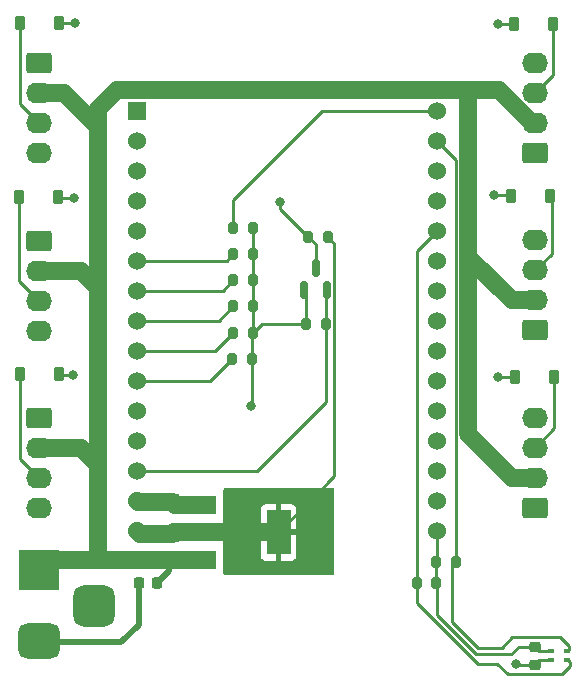
<source format=gbr>
%TF.GenerationSoftware,KiCad,Pcbnew,7.0.2*%
%TF.CreationDate,2023-04-23T19:59:56+01:00*%
%TF.ProjectId,fan-controller,66616e2d-636f-46e7-9472-6f6c6c65722e,rev?*%
%TF.SameCoordinates,Original*%
%TF.FileFunction,Copper,L1,Top*%
%TF.FilePolarity,Positive*%
%FSLAX46Y46*%
G04 Gerber Fmt 4.6, Leading zero omitted, Abs format (unit mm)*
G04 Created by KiCad (PCBNEW 7.0.2) date 2023-04-23 19:59:56*
%MOMM*%
%LPD*%
G01*
G04 APERTURE LIST*
G04 Aperture macros list*
%AMRoundRect*
0 Rectangle with rounded corners*
0 $1 Rounding radius*
0 $2 $3 $4 $5 $6 $7 $8 $9 X,Y pos of 4 corners*
0 Add a 4 corners polygon primitive as box body*
4,1,4,$2,$3,$4,$5,$6,$7,$8,$9,$2,$3,0*
0 Add four circle primitives for the rounded corners*
1,1,$1+$1,$2,$3*
1,1,$1+$1,$4,$5*
1,1,$1+$1,$6,$7*
1,1,$1+$1,$8,$9*
0 Add four rect primitives between the rounded corners*
20,1,$1+$1,$2,$3,$4,$5,0*
20,1,$1+$1,$4,$5,$6,$7,0*
20,1,$1+$1,$6,$7,$8,$9,0*
20,1,$1+$1,$8,$9,$2,$3,0*%
G04 Aperture macros list end*
%TA.AperFunction,SMDPad,CuDef*%
%ADD10RoundRect,0.250000X0.425000X-0.450000X0.425000X0.450000X-0.425000X0.450000X-0.425000X-0.450000X0*%
%TD*%
%TA.AperFunction,SMDPad,CuDef*%
%ADD11RoundRect,0.225000X0.225000X0.250000X-0.225000X0.250000X-0.225000X-0.250000X0.225000X-0.250000X0*%
%TD*%
%TA.AperFunction,ComponentPad*%
%ADD12R,1.524000X1.524000*%
%TD*%
%TA.AperFunction,ComponentPad*%
%ADD13C,1.524000*%
%TD*%
%TA.AperFunction,SMDPad,CuDef*%
%ADD14RoundRect,0.200000X-0.200000X-0.275000X0.200000X-0.275000X0.200000X0.275000X-0.200000X0.275000X0*%
%TD*%
%TA.AperFunction,SMDPad,CuDef*%
%ADD15RoundRect,0.225000X-0.225000X-0.375000X0.225000X-0.375000X0.225000X0.375000X-0.225000X0.375000X0*%
%TD*%
%TA.AperFunction,SMDPad,CuDef*%
%ADD16RoundRect,0.200000X0.200000X0.275000X-0.200000X0.275000X-0.200000X-0.275000X0.200000X-0.275000X0*%
%TD*%
%TA.AperFunction,SMDPad,CuDef*%
%ADD17RoundRect,0.225000X0.225000X0.375000X-0.225000X0.375000X-0.225000X-0.375000X0.225000X-0.375000X0*%
%TD*%
%TA.AperFunction,ComponentPad*%
%ADD18RoundRect,0.250000X-0.845000X0.620000X-0.845000X-0.620000X0.845000X-0.620000X0.845000X0.620000X0*%
%TD*%
%TA.AperFunction,ComponentPad*%
%ADD19O,2.190000X1.740000*%
%TD*%
%TA.AperFunction,ComponentPad*%
%ADD20RoundRect,0.250000X0.845000X-0.620000X0.845000X0.620000X-0.845000X0.620000X-0.845000X-0.620000X0*%
%TD*%
%TA.AperFunction,SMDPad,CuDef*%
%ADD21R,0.500000X0.300000*%
%TD*%
%TA.AperFunction,SMDPad,CuDef*%
%ADD22RoundRect,0.150000X0.150000X-0.587500X0.150000X0.587500X-0.150000X0.587500X-0.150000X-0.587500X0*%
%TD*%
%TA.AperFunction,ComponentPad*%
%ADD23R,3.500000X3.500000*%
%TD*%
%TA.AperFunction,ComponentPad*%
%ADD24RoundRect,0.750000X1.000000X-0.750000X1.000000X0.750000X-1.000000X0.750000X-1.000000X-0.750000X0*%
%TD*%
%TA.AperFunction,ComponentPad*%
%ADD25RoundRect,0.875000X0.875000X-0.875000X0.875000X0.875000X-0.875000X0.875000X-0.875000X-0.875000X0*%
%TD*%
%TA.AperFunction,SMDPad,CuDef*%
%ADD26R,2.000000X1.500000*%
%TD*%
%TA.AperFunction,SMDPad,CuDef*%
%ADD27R,2.000000X3.800000*%
%TD*%
%TA.AperFunction,SMDPad,CuDef*%
%ADD28RoundRect,0.225000X-0.250000X0.225000X-0.250000X-0.225000X0.250000X-0.225000X0.250000X0.225000X0*%
%TD*%
%TA.AperFunction,ViaPad*%
%ADD29C,0.800000*%
%TD*%
%TA.AperFunction,Conductor*%
%ADD30C,0.250000*%
%TD*%
%TA.AperFunction,Conductor*%
%ADD31C,0.254000*%
%TD*%
%TA.AperFunction,Conductor*%
%ADD32C,1.500000*%
%TD*%
%TA.AperFunction,Conductor*%
%ADD33C,0.508000*%
%TD*%
G04 APERTURE END LIST*
D10*
%TO.P,C4,1*%
%TO.N,+5V*%
X36311102Y-64848734D03*
%TO.P,C4,2*%
%TO.N,GND*%
X36311102Y-62148734D03*
%TD*%
D11*
%TO.P,C3,1*%
%TO.N,+12V*%
X35000000Y-69000000D03*
%TO.P,C3,2*%
%TO.N,GND*%
X33450000Y-69000000D03*
%TD*%
D12*
%TO.P,U4,1,EN*%
%TO.N,unconnected-(U4-EN-Pad1)*%
X33300000Y-29000000D03*
D13*
%TO.P,U4,2,SENSOR_VP*%
%TO.N,unconnected-(U4-SENSOR_VP-Pad2)*%
X33300000Y-31540000D03*
%TO.P,U4,3,SENSOR_VN*%
%TO.N,unconnected-(U4-SENSOR_VN-Pad3)*%
X33300000Y-34080000D03*
%TO.P,U4,4,IO34*%
%TO.N,unconnected-(U4-IO34-Pad4)*%
X33300000Y-36620000D03*
%TO.P,U4,5,IO35*%
%TO.N,unconnected-(U4-IO35-Pad5)*%
X33300000Y-39160000D03*
%TO.P,U4,6,IO32*%
%TO.N,TACO_4*%
X33300000Y-41700000D03*
%TO.P,U4,7,IO33*%
%TO.N,TACO_5*%
X33300000Y-44240000D03*
%TO.P,U4,8,IO25*%
%TO.N,TACO_2*%
X33300000Y-46780000D03*
%TO.P,U4,9,IO26*%
%TO.N,TACO_3*%
X33300000Y-49320000D03*
%TO.P,U4,10,IO27*%
%TO.N,TACO_6*%
X33300000Y-51860000D03*
%TO.P,U4,11,IO14*%
%TO.N,unconnected-(U4-IO14-Pad11)*%
X33300000Y-54400000D03*
%TO.P,U4,12,IO12*%
%TO.N,unconnected-(U4-IO12-Pad12)*%
X33300000Y-56940000D03*
%TO.P,U4,13,IO13*%
%TO.N,PWM_1*%
X33300000Y-59480000D03*
%TO.P,U4,14,GND*%
%TO.N,GND*%
X33300000Y-62020000D03*
%TO.P,U4,15,VIN*%
%TO.N,+5V*%
X33300000Y-64560000D03*
%TO.P,U4,16,3V3*%
%TO.N,+3.3V*%
X58700000Y-64560000D03*
%TO.P,U4,17,GND*%
%TO.N,GND*%
X58700000Y-62020000D03*
%TO.P,U4,18,IO15*%
%TO.N,unconnected-(U4-IO15-Pad18)*%
X58700000Y-59480000D03*
%TO.P,U4,19,IO2*%
%TO.N,unconnected-(U4-IO2-Pad19)*%
X58700000Y-56940000D03*
%TO.P,U4,20,IO4*%
%TO.N,unconnected-(U4-IO4-Pad20)*%
X58700000Y-54400000D03*
%TO.P,U4,21,IO16*%
%TO.N,unconnected-(U4-IO16-Pad21)*%
X58700000Y-51860000D03*
%TO.P,U4,22,IO17*%
%TO.N,unconnected-(U4-IO17-Pad22)*%
X58700000Y-49320000D03*
%TO.P,U4,23,IO5*%
%TO.N,unconnected-(U4-IO5-Pad23)*%
X58700000Y-46780000D03*
%TO.P,U4,24,IO18*%
%TO.N,unconnected-(U4-IO18-Pad24)*%
X58700000Y-44240000D03*
%TO.P,U4,25,IO19*%
%TO.N,unconnected-(U4-IO19-Pad25)*%
X58700000Y-41700000D03*
%TO.P,U4,26,IO21*%
%TO.N,SDA*%
X58700000Y-39160000D03*
%TO.P,U4,27,RXD0/IO3*%
%TO.N,unconnected-(U4-RXD0{slash}IO3-Pad27)*%
X58700000Y-36620000D03*
%TO.P,U4,28,TXD0/IO1*%
%TO.N,unconnected-(U4-TXD0{slash}IO1-Pad28)*%
X58700000Y-34080000D03*
%TO.P,U4,29,IO22*%
%TO.N,SCL*%
X58700000Y-31540000D03*
%TO.P,U4,30,IO23*%
%TO.N,TACO_1*%
X58700000Y-29000000D03*
%TD*%
D14*
%TO.P,R10,1*%
%TO.N,TACO_6*%
X41378176Y-50009615D03*
%TO.P,R10,2*%
%TO.N,+3.3V*%
X43028176Y-50009615D03*
%TD*%
%TO.P,R8,1*%
%TO.N,TACO_4*%
X41474000Y-41124323D03*
%TO.P,R8,2*%
%TO.N,+3.3V*%
X43124000Y-41124323D03*
%TD*%
D15*
%TO.P,D5,1,K*%
%TO.N,Net-(D5-K)*%
X23350000Y-36319623D03*
%TO.P,D5,2,A*%
%TO.N,TACO_5*%
X26650000Y-36319623D03*
%TD*%
D16*
%TO.P,R4,1*%
%TO.N,+3.3V*%
X58650000Y-69000000D03*
%TO.P,R4,2*%
%TO.N,SDA*%
X57000000Y-69000000D03*
%TD*%
D14*
%TO.P,R9,1*%
%TO.N,TACO_5*%
X41474000Y-43345646D03*
%TO.P,R9,2*%
%TO.N,+3.3V*%
X43124000Y-43345646D03*
%TD*%
D16*
%TO.P,R5,1*%
%TO.N,SCL*%
X60295648Y-67171351D03*
%TO.P,R5,2*%
%TO.N,+3.3V*%
X58645648Y-67171351D03*
%TD*%
D17*
%TO.P,D2,1,K*%
%TO.N,Net-(D2-K)*%
X68300000Y-36186988D03*
%TO.P,D2,2,A*%
%TO.N,TACO_2*%
X65000000Y-36186988D03*
%TD*%
D18*
%TO.P,J6,1,Pin_1*%
%TO.N,GND*%
X25000000Y-40000000D03*
D19*
%TO.P,J6,2,Pin_2*%
%TO.N,+12V*%
X25000000Y-42540000D03*
%TO.P,J6,3,Pin_3*%
%TO.N,Net-(D5-K)*%
X25000000Y-45080000D03*
%TO.P,J6,4,Pin_4*%
%TO.N,PWM_OUT*%
X25000000Y-47620000D03*
%TD*%
D20*
%TO.P,J4,1,Pin_1*%
%TO.N,GND*%
X67000000Y-62600000D03*
D19*
%TO.P,J4,2,Pin_2*%
%TO.N,+12V*%
X67000000Y-60060000D03*
%TO.P,J4,3,Pin_3*%
%TO.N,Net-(D3-K)*%
X67000000Y-57520000D03*
%TO.P,J4,4,Pin_4*%
%TO.N,PWM_OUT*%
X67000000Y-54980000D03*
%TD*%
D16*
%TO.P,R3,1*%
%TO.N,PWM_1*%
X49311500Y-47027992D03*
%TO.P,R3,2*%
%TO.N,+3.3V*%
X47661500Y-47027992D03*
%TD*%
D21*
%TO.P,U3,1,SDA*%
%TO.N,SDA*%
X69730258Y-75526206D03*
%TO.P,U3,2,SCL*%
%TO.N,SCL*%
X69730258Y-74726206D03*
%TO.P,U3,3,VDD*%
%TO.N,+3.3V*%
X68330258Y-74726206D03*
%TO.P,U3,4,VSS*%
%TO.N,GND*%
X68330258Y-75526206D03*
%TD*%
D15*
%TO.P,D4,1,K*%
%TO.N,Net-(D4-K)*%
X23380181Y-21564682D03*
%TO.P,D4,2,A*%
%TO.N,TACO_4*%
X26680181Y-21564682D03*
%TD*%
D22*
%TO.P,Q1,1,G*%
%TO.N,+3.3V*%
X47498000Y-44196000D03*
%TO.P,Q1,2,S*%
%TO.N,PWM_1*%
X49398000Y-44196000D03*
%TO.P,Q1,3,D*%
%TO.N,PWM_OUT*%
X48448000Y-42321000D03*
%TD*%
D14*
%TO.P,R1,1*%
%TO.N,TACO_1*%
X41474000Y-38903000D03*
%TO.P,R1,2*%
%TO.N,+3.3V*%
X43124000Y-38903000D03*
%TD*%
D15*
%TO.P,D6,1,K*%
%TO.N,Net-(D6-K)*%
X23383759Y-51295199D03*
%TO.P,D6,2,A*%
%TO.N,TACO_6*%
X26683759Y-51295199D03*
%TD*%
D23*
%TO.P,J1,1*%
%TO.N,+12V*%
X25000000Y-67914000D03*
D24*
%TO.P,J1,2*%
%TO.N,GND*%
X25000000Y-73914000D03*
D25*
%TO.P,J1,3*%
%TO.N,N/C*%
X29700000Y-70914000D03*
%TD*%
D17*
%TO.P,D3,1,K*%
%TO.N,Net-(D3-K)*%
X68636195Y-51539596D03*
%TO.P,D3,2,A*%
%TO.N,TACO_3*%
X65336195Y-51539596D03*
%TD*%
D14*
%TO.P,R2,1*%
%TO.N,PWM_OUT*%
X47824000Y-39683830D03*
%TO.P,R2,2*%
%TO.N,+5V*%
X49474000Y-39683830D03*
%TD*%
D18*
%TO.P,J5,1,Pin_1*%
%TO.N,GND*%
X25000000Y-25000000D03*
D19*
%TO.P,J5,2,Pin_2*%
%TO.N,+12V*%
X25000000Y-27540000D03*
%TO.P,J5,3,Pin_3*%
%TO.N,Net-(D4-K)*%
X25000000Y-30080000D03*
%TO.P,J5,4,Pin_4*%
%TO.N,PWM_OUT*%
X25000000Y-32620000D03*
%TD*%
D20*
%TO.P,J2,1,Pin_1*%
%TO.N,GND*%
X67000000Y-32600000D03*
D19*
%TO.P,J2,2,Pin_2*%
%TO.N,+12V*%
X67000000Y-30060000D03*
%TO.P,J2,3,Pin_3*%
%TO.N,Net-(D1-K)*%
X67000000Y-27520000D03*
%TO.P,J2,4,Pin_4*%
%TO.N,PWM_OUT*%
X67000000Y-24980000D03*
%TD*%
D20*
%TO.P,J3,1,Pin_1*%
%TO.N,GND*%
X67000000Y-47600000D03*
D19*
%TO.P,J3,2,Pin_2*%
%TO.N,+12V*%
X67000000Y-45060000D03*
%TO.P,J3,3,Pin_3*%
%TO.N,Net-(D2-K)*%
X67000000Y-42520000D03*
%TO.P,J3,4,Pin_4*%
%TO.N,PWM_OUT*%
X67000000Y-39980000D03*
%TD*%
D14*
%TO.P,R7,1*%
%TO.N,TACO_3*%
X41474000Y-47788292D03*
%TO.P,R7,2*%
%TO.N,+3.3V*%
X43124000Y-47788292D03*
%TD*%
D26*
%TO.P,U2,1,GND*%
%TO.N,GND*%
X39000000Y-62400000D03*
%TO.P,U2,2,VO*%
%TO.N,+5V*%
X39000000Y-64700000D03*
D27*
X45300000Y-64700000D03*
D26*
%TO.P,U2,3,VI*%
%TO.N,+12V*%
X39000000Y-67000000D03*
%TD*%
D28*
%TO.P,C1,1*%
%TO.N,+3.3V*%
X67000000Y-74364206D03*
%TO.P,C1,2*%
%TO.N,GND*%
X67000000Y-75914206D03*
%TD*%
D17*
%TO.P,D1,1,K*%
%TO.N,Net-(D1-K)*%
X68565096Y-21620365D03*
%TO.P,D1,2,A*%
%TO.N,TACO_1*%
X65265096Y-21620365D03*
%TD*%
D14*
%TO.P,R6,1*%
%TO.N,TACO_2*%
X41474000Y-45566969D03*
%TO.P,R6,2*%
%TO.N,+3.3V*%
X43124000Y-45566969D03*
%TD*%
D18*
%TO.P,J7,1,Pin_1*%
%TO.N,GND*%
X25000000Y-55000000D03*
D19*
%TO.P,J7,2,Pin_2*%
%TO.N,+12V*%
X25000000Y-57540000D03*
%TO.P,J7,3,Pin_3*%
%TO.N,Net-(D6-K)*%
X25000000Y-60080000D03*
%TO.P,J7,4,Pin_4*%
%TO.N,PWM_OUT*%
X25000000Y-62620000D03*
%TD*%
D29*
%TO.N,+3.3V*%
X43000000Y-54000000D03*
%TO.N,GND*%
X65424062Y-75845337D03*
%TO.N,TACO_1*%
X63878446Y-21649191D03*
%TO.N,TACO_2*%
X63542472Y-36158520D03*
%TO.N,TACO_3*%
X63868556Y-51544691D03*
%TO.N,TACO_4*%
X28099487Y-21542657D03*
%TO.N,TACO_5*%
X28000000Y-36356683D03*
%TO.N,TACO_6*%
X27910567Y-51375374D03*
%TO.N,PWM_OUT*%
X45420377Y-36765827D03*
%TD*%
D30*
%TO.N,+3.3V*%
X47661500Y-44359500D02*
X47498000Y-44196000D01*
X43028176Y-50009615D02*
X43028176Y-53971824D01*
X47661500Y-47027992D02*
X47661500Y-44359500D01*
X43028176Y-50009615D02*
X43028176Y-47884116D01*
X65635794Y-74364206D02*
X67000000Y-74364206D01*
X43124000Y-41124323D02*
X43124000Y-38903000D01*
D31*
X58700000Y-69050000D02*
X58700000Y-71700000D01*
X58645648Y-67171351D02*
X58700000Y-67116999D01*
X58700000Y-67116999D02*
X58700000Y-64560000D01*
D30*
X43028176Y-53971824D02*
X43000000Y-54000000D01*
D31*
X58645648Y-67171351D02*
X58645648Y-68995648D01*
D30*
X62000000Y-75000000D02*
X65000000Y-75000000D01*
X67362000Y-74726206D02*
X67000000Y-74364206D01*
D31*
X58645648Y-68995648D02*
X58650000Y-69000000D01*
D30*
X68330258Y-74726206D02*
X67362000Y-74726206D01*
X43124000Y-45566969D02*
X43124000Y-43345646D01*
D31*
X58650000Y-69000000D02*
X58700000Y-69050000D01*
D30*
X43028176Y-47884116D02*
X43124000Y-47788292D01*
X58700000Y-71700000D02*
X62000000Y-75000000D01*
X65000000Y-75000000D02*
X65635794Y-74364206D01*
X47661500Y-47027992D02*
X43884300Y-47027992D01*
X43124000Y-43345646D02*
X43124000Y-41124323D01*
X43124000Y-47788292D02*
X43124000Y-45566969D01*
X43884300Y-47027992D02*
X43124000Y-47788292D01*
D32*
%TO.N,GND*%
X39000000Y-62400000D02*
X36562368Y-62400000D01*
D33*
X32000000Y-74000000D02*
X25086000Y-74000000D01*
D32*
X36562368Y-62400000D02*
X36311102Y-62148734D01*
D33*
X25086000Y-74000000D02*
X25000000Y-73914000D01*
D30*
X67388000Y-75526206D02*
X67000000Y-75914206D01*
D33*
X33450000Y-69000000D02*
X33450000Y-72550000D01*
D32*
X36311102Y-62148734D02*
X33428734Y-62148734D01*
D31*
X67000000Y-75914206D02*
X65492931Y-75914206D01*
D32*
X33428734Y-62148734D02*
X33300000Y-62020000D01*
D31*
X65492931Y-75914206D02*
X65424062Y-75845337D01*
D30*
X68330258Y-75526206D02*
X67388000Y-75526206D01*
D33*
X33450000Y-72550000D02*
X32000000Y-74000000D01*
D32*
%TO.N,+12V*%
X61000000Y-27288000D02*
X63969131Y-27288000D01*
X36000000Y-67000000D02*
X30000000Y-67000000D01*
X30000000Y-67000000D02*
X30000000Y-59000000D01*
X25914000Y-67000000D02*
X25000000Y-67914000D01*
X61372648Y-41372648D02*
X61372648Y-56372648D01*
X61000000Y-27288000D02*
X61372648Y-27660648D01*
X28540000Y-57540000D02*
X25000000Y-57540000D01*
X30000000Y-67000000D02*
X25914000Y-67000000D01*
X66741131Y-30060000D02*
X67000000Y-30060000D01*
X61372648Y-27660648D02*
X61372648Y-41372648D01*
X30000000Y-30395000D02*
X30000000Y-28876000D01*
X28540000Y-42540000D02*
X25000000Y-42540000D01*
D33*
X36000000Y-68000000D02*
X36000000Y-67000000D01*
D32*
X27145000Y-27540000D02*
X25000000Y-27540000D01*
X31588000Y-27288000D02*
X61000000Y-27288000D01*
X30000000Y-44000000D02*
X28540000Y-42540000D01*
X65060000Y-45060000D02*
X67000000Y-45060000D01*
X61372648Y-41372648D02*
X65060000Y-45060000D01*
X30000000Y-30395000D02*
X27145000Y-27540000D01*
X61372648Y-56372648D02*
X65060000Y-60060000D01*
X39000000Y-67000000D02*
X36000000Y-67000000D01*
X30000000Y-59000000D02*
X28540000Y-57540000D01*
X30000000Y-28876000D02*
X31588000Y-27288000D01*
X30000000Y-44000000D02*
X30000000Y-30395000D01*
D33*
X35000000Y-69000000D02*
X36000000Y-68000000D01*
D32*
X65060000Y-60060000D02*
X67000000Y-60060000D01*
X63969131Y-27288000D02*
X66741131Y-30060000D01*
X30000000Y-59000000D02*
X30000000Y-44000000D01*
%TO.N,+5V*%
X39000000Y-64700000D02*
X36459836Y-64700000D01*
X36311102Y-64848734D02*
X33588734Y-64848734D01*
X36459836Y-64700000D02*
X36311102Y-64848734D01*
D30*
X50036500Y-59963500D02*
X45300000Y-64700000D01*
D32*
X45300000Y-64700000D02*
X39000000Y-64700000D01*
X33588734Y-64848734D02*
X33300000Y-64560000D01*
D30*
X50036500Y-40246330D02*
X50036500Y-59963500D01*
X49474000Y-39683830D02*
X50036500Y-40246330D01*
%TO.N,Net-(D1-K)*%
X68565096Y-25954904D02*
X67000000Y-27520000D01*
X68565096Y-21620365D02*
X68565096Y-25954904D01*
%TO.N,TACO_1*%
X41474000Y-36526000D02*
X49000000Y-29000000D01*
X65236270Y-21649191D02*
X65265096Y-21620365D01*
X41474000Y-38903000D02*
X41474000Y-36526000D01*
X63878446Y-21649191D02*
X65236270Y-21649191D01*
X49000000Y-29000000D02*
X58700000Y-29000000D01*
%TO.N,Net-(D2-K)*%
X68420000Y-36306988D02*
X68420000Y-41100000D01*
X68420000Y-41100000D02*
X67000000Y-42520000D01*
X68300000Y-36186988D02*
X68420000Y-36306988D01*
%TO.N,TACO_2*%
X64971532Y-36158520D02*
X65000000Y-36186988D01*
X40260969Y-46780000D02*
X33300000Y-46780000D01*
X63542472Y-36158520D02*
X64971532Y-36158520D01*
X41474000Y-45566969D02*
X40260969Y-46780000D01*
%TO.N,Net-(D3-K)*%
X68636195Y-55883805D02*
X67000000Y-57520000D01*
X68636195Y-51539596D02*
X68636195Y-55883805D01*
%TO.N,TACO_3*%
X41474000Y-47788292D02*
X39942292Y-49320000D01*
X63868556Y-51544691D02*
X65331100Y-51544691D01*
X65331100Y-51544691D02*
X65336195Y-51539596D01*
X39942292Y-49320000D02*
X33300000Y-49320000D01*
%TO.N,Net-(D4-K)*%
X23380181Y-21564682D02*
X23380181Y-28460181D01*
X23380181Y-28460181D02*
X25000000Y-30080000D01*
%TO.N,TACO_4*%
X40898323Y-41700000D02*
X33300000Y-41700000D01*
X26702206Y-21542657D02*
X26680181Y-21564682D01*
X41474000Y-41124323D02*
X40898323Y-41700000D01*
X28099487Y-21542657D02*
X26702206Y-21542657D01*
%TO.N,Net-(D5-K)*%
X23350000Y-43430000D02*
X25000000Y-45080000D01*
X23350000Y-36319623D02*
X23350000Y-43430000D01*
%TO.N,TACO_5*%
X26687060Y-36356683D02*
X26650000Y-36319623D01*
X41474000Y-43345646D02*
X40579646Y-44240000D01*
X28000000Y-36356683D02*
X26687060Y-36356683D01*
X40579646Y-44240000D02*
X33300000Y-44240000D01*
%TO.N,Net-(D6-K)*%
X23383759Y-58463759D02*
X25000000Y-60080000D01*
X23383759Y-51295199D02*
X23383759Y-58463759D01*
%TO.N,TACO_6*%
X39527791Y-51860000D02*
X33300000Y-51860000D01*
X41378176Y-50009615D02*
X39527791Y-51860000D01*
X26763934Y-51375374D02*
X26683759Y-51295199D01*
X27910567Y-51375374D02*
X26763934Y-51375374D01*
%TO.N,PWM_OUT*%
X45420377Y-37280207D02*
X45420377Y-36765827D01*
X47824000Y-39683830D02*
X45420377Y-37280207D01*
X48448000Y-40307830D02*
X47824000Y-39683830D01*
X48448000Y-42321000D02*
X48448000Y-40307830D01*
%TO.N,PWM_1*%
X33300000Y-59480000D02*
X43520000Y-59480000D01*
X49311500Y-44282500D02*
X49398000Y-44196000D01*
X43520000Y-59480000D02*
X49311500Y-53688500D01*
X49311500Y-47027992D02*
X49311500Y-44282500D01*
X49311500Y-53688500D02*
X49311500Y-47027992D01*
D31*
%TO.N,SDA*%
X57000000Y-70642053D02*
X57000000Y-69000000D01*
X69730258Y-75526206D02*
X69809864Y-75526206D01*
X70000000Y-76000000D02*
X69308794Y-76691206D01*
X57000000Y-69000000D02*
X57000000Y-40860000D01*
X69809864Y-75526206D02*
X70000000Y-75716342D01*
X69308794Y-76691206D02*
X64720566Y-76691206D01*
X64720566Y-76691206D02*
X63840244Y-75810884D01*
X62168831Y-75810884D02*
X57000000Y-70642053D01*
X57000000Y-40860000D02*
X58700000Y-39160000D01*
X70000000Y-75716342D02*
X70000000Y-76000000D01*
X63840244Y-75810884D02*
X62168831Y-75810884D01*
%TO.N,SCL*%
X60295648Y-33135648D02*
X58700000Y-31540000D01*
X62164098Y-74450945D02*
X60000000Y-72286847D01*
X69170864Y-73587206D02*
X65052476Y-73587206D01*
X69907258Y-74628812D02*
X69907258Y-74323600D01*
X69730258Y-74726206D02*
X69809864Y-74726206D01*
X60000000Y-72286847D02*
X60000000Y-67466999D01*
X69809864Y-74726206D02*
X69907258Y-74628812D01*
X65052476Y-73587206D02*
X64188737Y-74450945D01*
X60000000Y-67466999D02*
X60295648Y-67171351D01*
X64188737Y-74450945D02*
X62164098Y-74450945D01*
X60295648Y-67171351D02*
X60295648Y-33135648D01*
X69907258Y-74323600D02*
X69170864Y-73587206D01*
%TD*%
%TA.AperFunction,Conductor*%
%TO.N,+5V*%
G36*
X49981039Y-60979685D02*
G01*
X50026794Y-61032489D01*
X50038000Y-61084000D01*
X50038000Y-68202000D01*
X50018315Y-68269039D01*
X49965511Y-68314794D01*
X49914000Y-68326000D01*
X40764000Y-68326000D01*
X40696961Y-68306315D01*
X40651206Y-68253511D01*
X40640000Y-68202000D01*
X40640000Y-64950000D01*
X43800000Y-64950000D01*
X43800000Y-66644518D01*
X43800354Y-66651132D01*
X43806400Y-66707371D01*
X43856647Y-66842089D01*
X43942811Y-66957188D01*
X44057910Y-67043352D01*
X44192628Y-67093599D01*
X44248867Y-67099645D01*
X44255482Y-67100000D01*
X45050000Y-67100000D01*
X45050000Y-64950000D01*
X45550000Y-64950000D01*
X45550000Y-67100000D01*
X46344518Y-67100000D01*
X46351132Y-67099645D01*
X46407371Y-67093599D01*
X46542089Y-67043352D01*
X46657188Y-66957188D01*
X46743352Y-66842089D01*
X46793599Y-66707371D01*
X46799645Y-66651132D01*
X46800000Y-66644518D01*
X46800000Y-64950000D01*
X45550000Y-64950000D01*
X45050000Y-64950000D01*
X43800000Y-64950000D01*
X40640000Y-64950000D01*
X40640000Y-64450000D01*
X43800000Y-64450000D01*
X45050000Y-64450000D01*
X45050000Y-62300000D01*
X45550000Y-62300000D01*
X45550000Y-64450000D01*
X46799999Y-64450000D01*
X46800000Y-62755481D01*
X46799645Y-62748867D01*
X46793599Y-62692628D01*
X46743352Y-62557910D01*
X46657188Y-62442811D01*
X46542089Y-62356647D01*
X46407371Y-62306400D01*
X46351132Y-62300354D01*
X46344518Y-62300000D01*
X45550000Y-62300000D01*
X45050000Y-62300000D01*
X44255482Y-62300000D01*
X44248867Y-62300354D01*
X44192628Y-62306400D01*
X44057910Y-62356647D01*
X43942811Y-62442811D01*
X43856647Y-62557910D01*
X43806400Y-62692628D01*
X43800354Y-62748867D01*
X43800000Y-62755481D01*
X43800000Y-64450000D01*
X40640000Y-64450000D01*
X40640000Y-61084000D01*
X40659685Y-61016961D01*
X40712489Y-60971206D01*
X40764000Y-60960000D01*
X49914000Y-60960000D01*
X49981039Y-60979685D01*
G37*
%TD.AperFunction*%
%TD*%
M02*

</source>
